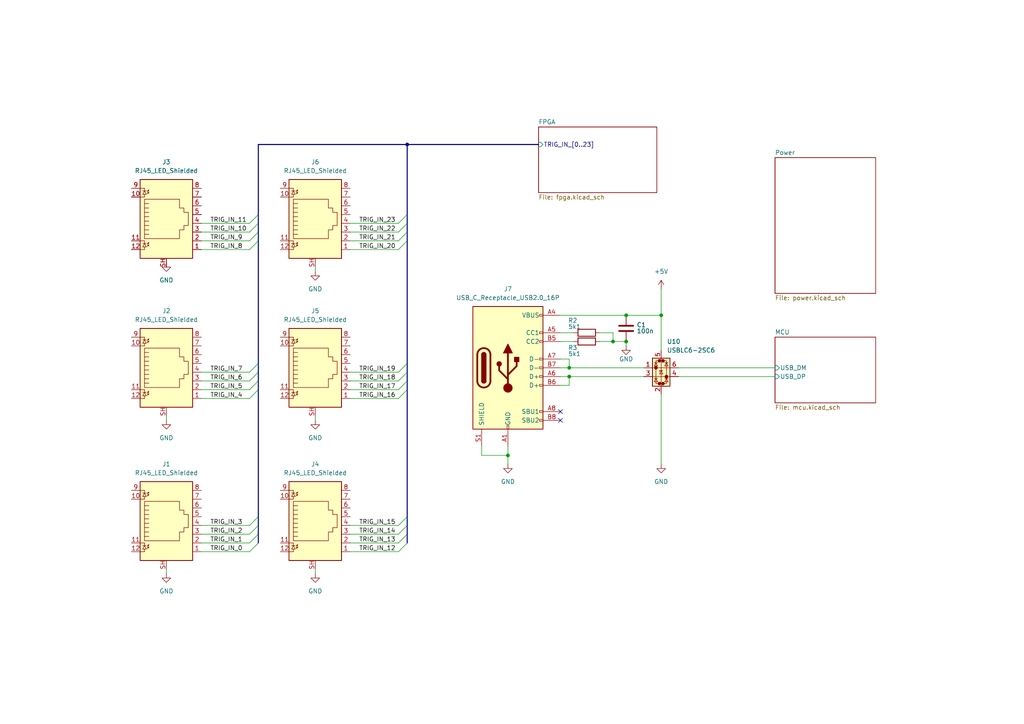
<source format=kicad_sch>
(kicad_sch (version 20250114) (generator "eeschema") (generator_version "9.0")
  (paper "A4")
  (lib_symbols
    (symbol "Connector:RJ45_LED_Shielded" (pin_names (offset 1.016))
      (property "Reference" "J" (at -5.08 13.97 0))
      (property "Value" "RJ45_LED_Shielded" (at 1.27 13.97 0))
      (symbol "RJ45_LED_Shielded_0_1"
        (polyline (pts (xy -7.62 10.16) (xy -6.35 10.16)))
        (polyline (pts (xy -7.62 7.62) (xy -6.35 7.62)))
        (polyline (pts (xy -7.62 -5.08) (xy -6.35 -5.08)))
        (polyline (pts (xy -7.62 -7.62) (xy -6.35 -7.62)))
        (polyline (pts (xy -6.858 9.398) (xy -5.842 9.398)))
        (polyline (pts (xy -6.858 -5.842) (xy -5.842 -5.842)))
        (polyline (pts (xy -6.35 10.16) (xy -6.35 9.398)))
        (polyline (pts (xy -6.35 9.398) (xy -6.858 8.382) (xy -5.842 8.382) (xy -6.35 9.398)))
        (polyline (pts (xy -6.35 7.62) (xy -6.35 8.382)))
        (polyline (pts (xy -6.35 1.905) (xy -5.08 1.905) (xy -5.08 1.905)))
        (polyline (pts (xy -6.35 0.635) (xy -5.08 0.635) (xy -5.08 0.635)))
        (polyline (pts (xy -6.35 -0.635) (xy -5.08 -0.635) (xy -5.08 -0.635)))
        (polyline (pts (xy -6.35 -1.905) (xy -5.08 -1.905) (xy -5.08 -1.905)))
        (polyline (pts (xy -6.35 -3.175) (xy -5.08 -3.175) (xy -5.08 -3.175)))
        (polyline (pts (xy -6.35 -4.445) (xy -6.35 6.985) (xy 3.81 6.985) (xy 3.81 4.445) (xy 5.08 4.445) (xy 5.08 3.175) (xy 6.35 3.175) (xy 6.35 -0.635) (xy 5.08 -0.635) (xy 5.08 -1.905) (xy 3.81 -1.905) (xy 3.81 -4.445) (xy -6.35 -4.445) (xy -6.35 -4.445)))
        (polyline (pts (xy -6.35 -5.08) (xy -6.35 -5.842)))
        (polyline (pts (xy -6.35 -5.842) (xy -6.858 -6.858) (xy -5.842 -6.858) (xy -6.35 -5.842)))
        (polyline (pts (xy -6.35 -7.62) (xy -6.35 -6.858)))
        (polyline (pts (xy -5.588 9.144) (xy -5.08 9.652) (xy -5.461 9.525)))
        (polyline (pts (xy -5.588 8.509) (xy -5.08 9.017) (xy -5.461 8.89)))
        (polyline (pts (xy -5.588 -6.096) (xy -5.08 -5.588) (xy -5.461 -5.715)))
        (polyline (pts (xy -5.588 -6.731) (xy -5.08 -6.223) (xy -5.461 -6.35)))
        (polyline (pts (xy -5.08 9.652) (xy -5.207 9.271)))
        (polyline (pts (xy -5.08 9.017) (xy -5.207 8.636)))
        (polyline (pts (xy -5.08 5.715) (xy -6.35 5.715)))
        (polyline (pts (xy -5.08 4.445) (xy -6.35 4.445)))
        (polyline (pts (xy -5.08 3.175) (xy -6.35 3.175) (xy -6.35 3.175)))
        (polyline (pts (xy -5.08 -5.588) (xy -5.207 -5.969)))
        (polyline (pts (xy -5.08 -6.223) (xy -5.207 -6.604)))
        (rectangle (start 7.62 12.7) (end -7.62 -10.16) (stroke (width 0.254)) (fill (type background)))
      )
      (symbol "RJ45_LED_Shielded_1_1"
        (pin passive line (at -10.16 10.16 0) (length 2.54) (name "~") (number "9"))
        (pin passive line (at -10.16 7.62 0) (length 2.54) (name "~") (number "10"))
        (pin passive line (at -10.16 -5.08 0) (length 2.54) (name "~") (number "11"))
        (pin passive line (at -10.16 -7.62 0) (length 2.54) (name "~") (number "12"))
        (pin passive line (at 0 -12.7 90) (length 2.54) (name "~") (number "SH"))
        (pin passive line (at 10.16 10.16 180) (length 2.54) (name "~") (number "8"))
        (pin passive line (at 10.16 7.62 180) (length 2.54) (name "~") (number "7"))
        (pin passive line (at 10.16 5.08 180) (length 2.54) (name "~") (number "6"))
        (pin passive line (at 10.16 2.54 180) (length 2.54) (name "~") (number "5"))
        (pin passive line (at 10.16 0 180) (length 2.54) (name "~") (number "4"))
        (pin passive line (at 10.16 -2.54 180) (length 2.54) (name "~") (number "3"))
        (pin passive line (at 10.16 -5.08 180) (length 2.54) (name "~") (number "2"))
        (pin passive line (at 10.16 -7.62 180) (length 2.54) (name "~") (number "1"))
      )
    )
    (symbol "Connector:USB_C_Receptacle_USB2.0_16P" (pin_names (offset 1.016))
      (property "Reference" "J" (at 0 22.225 0))
      (property "Value" "USB_C_Receptacle_USB2.0_16P" (at 0 19.685 0))
      (symbol "USB_C_Receptacle_USB2.0_16P_0_0"
        (rectangle (start -0.254 -17.78) (end 0.254 -16.764))
        (rectangle (start 10.16 15.494) (end 9.144 14.986))
        (rectangle (start 10.16 10.414) (end 9.144 9.906))
        (rectangle (start 10.16 7.874) (end 9.144 7.366))
        (rectangle (start 10.16 2.794) (end 9.144 2.286))
        (rectangle (start 10.16 0.254) (end 9.144 -0.254))
        (rectangle (start 10.16 -2.286) (end 9.144 -2.794))
        (rectangle (start 10.16 -4.826) (end 9.144 -5.334))
        (rectangle (start 10.16 -12.446) (end 9.144 -12.954))
        (rectangle (start 10.16 -14.986) (end 9.144 -15.494))
      )
      (symbol "USB_C_Receptacle_USB2.0_16P_0_1"
        (rectangle (start -10.16 17.78) (end 10.16 -17.78) (stroke (width 0.254)) (fill (type background)))
        (polyline (pts (xy -8.89 -3.81) (xy -8.89 3.81)) (stroke (width 0.508)))
        (rectangle (start -7.62 -3.81) (end -6.35 3.81) (stroke (width 0.254)) (fill (type outline)))
        (arc (start -7.62 3.81) (mid -6.985 4.4423) (end -6.35 3.81) (stroke (width 0.254)))
        (arc (start -7.62 3.81) (mid -6.985 4.4423) (end -6.35 3.81) (stroke (width 0.254)) (fill (type outline)))
        (arc (start -8.89 3.81) (mid -6.985 5.7067) (end -5.08 3.81) (stroke (width 0.508)))
        (arc (start -5.08 -3.81) (mid -6.985 -5.7067) (end -8.89 -3.81) (stroke (width 0.508)))
        (arc (start -6.35 -3.81) (mid -6.985 -4.4423) (end -7.62 -3.81) (stroke (width 0.254)))
        (arc (start -6.35 -3.81) (mid -6.985 -4.4423) (end -7.62 -3.81) (stroke (width 0.254)) (fill (type outline)))
        (polyline (pts (xy -5.08 3.81) (xy -5.08 -3.81)) (stroke (width 0.508)))
        (circle (center -2.54 1.143) (radius 0.635) (stroke (width 0.254)) (fill (type outline)))
        (polyline (pts (xy -1.27 4.318) (xy 0 6.858) (xy 1.27 4.318) (xy -1.27 4.318)) (stroke (width 0.254)) (fill (type outline)))
        (polyline (pts (xy 0 -2.032) (xy 2.54 0.508) (xy 2.54 1.778)) (stroke (width 0.508)))
        (polyline (pts (xy 0 -3.302) (xy -2.54 -0.762) (xy -2.54 0.508)) (stroke (width 0.508)))
        (polyline (pts (xy 0 -5.842) (xy 0 4.318)) (stroke (width 0.508)))
        (circle (center 0 -5.842) (radius 1.27) (fill (type outline)))
        (rectangle (start 1.905 1.778) (end 3.175 3.048) (stroke (width 0.254)) (fill (type outline)))
      )
      (symbol "USB_C_Receptacle_USB2.0_16P_1_1"
        (pin passive line (at -7.62 -22.86 90) (length 5.08) (name "SHIELD") (number "S1"))
        (pin passive line (at 0 -22.86 90) (length 5.08) (name "GND") (number "A1"))
        (pin passive line (at 0 -22.86 90) (length 5.08) (hide yes) (name "GND") (number "A12"))
        (pin passive line (at 0 -22.86 90) (length 5.08) (hide yes) (name "GND") (number "B1"))
        (pin passive line (at 0 -22.86 90) (length 5.08) (hide yes) (name "GND") (number "B12"))
        (pin passive line (at 15.24 15.24 180) (length 5.08) (name "VBUS") (number "A4"))
        (pin passive line (at 15.24 15.24 180) (length 5.08) (hide yes) (name "VBUS") (number "A9"))
        (pin passive line (at 15.24 15.24 180) (length 5.08) (hide yes) (name "VBUS") (number "B4"))
        (pin passive line (at 15.24 15.24 180) (length 5.08) (hide yes) (name "VBUS") (number "B9"))
        (pin bidirectional line (at 15.24 10.16 180) (length 5.08) (name "CC1") (number "A5"))
        (pin bidirectional line (at 15.24 7.62 180) (length 5.08) (name "CC2") (number "B5"))
        (pin bidirectional line (at 15.24 2.54 180) (length 5.08) (name "D-") (number "A7"))
        (pin bidirectional line (at 15.24 0 180) (length 5.08) (name "D-") (number "B7"))
        (pin bidirectional line (at 15.24 -2.54 180) (length 5.08) (name "D+") (number "A6"))
        (pin bidirectional line (at 15.24 -5.08 180) (length 5.08) (name "D+") (number "B6"))
        (pin bidirectional line (at 15.24 -12.7 180) (length 5.08) (name "SBU1") (number "A8"))
        (pin bidirectional line (at 15.24 -15.24 180) (length 5.08) (name "SBU2") (number "B8"))
      )
    )
    (symbol "Device:C" (pin_numbers (hide yes)) (pin_names (offset 0.254))
      (property "Reference" "C" (at 0.635 2.54 0))
      (property "Value" "C" (at 0.635 -2.54 0))
      (symbol "C_0_1"
        (polyline (pts (xy -2.032 0.762) (xy 2.032 0.762)) (stroke (width 0.508)))
        (polyline (pts (xy -2.032 -0.762) (xy 2.032 -0.762)) (stroke (width 0.508)))
      )
      (symbol "C_1_1"
        (pin passive line (at 0 3.81 270) (length 2.794) (name "~") (number "1"))
        (pin passive line (at 0 -3.81 90) (length 2.794) (name "~") (number "2"))
      )
    )
    (symbol "Device:R" (pin_numbers (hide yes)) (pin_names (offset 0))
      (property "Reference" "R" (at 2.032 0 90))
      (property "Value" "R" (at 0 0 90))
      (symbol "R_0_1"
        (rectangle (start -1.016 -2.54) (end 1.016 2.54) (stroke (width 0.254)))
      )
      (symbol "R_1_1"
        (pin passive line (at 0 3.81 270) (length 1.27) (name "~") (number "1"))
        (pin passive line (at 0 -3.81 90) (length 1.27) (name "~") (number "2"))
      )
    )
    (symbol "Power_Protection:USBLC6-2SC6" (pin_names (hide yes))
      (property "Reference" "U" (at 0.635 5.715 0))
      (property "Value" "USBLC6-2SC6" (at 0.635 3.81 0))
      (symbol "USBLC6-2SC6_0_0"
        (circle (center -1.524 0) (radius 0.0001) (stroke (width 0.508)))
        (circle (center -0.508 2.032) (radius 0.0001) (stroke (width 0.508)))
        (circle (center -0.508 -4.572) (radius 0.0001) (stroke (width 0.508)))
        (circle (center 0.508 2.032) (radius 0.0001) (stroke (width 0.508)))
        (circle (center 0.508 -4.572) (radius 0.0001) (stroke (width 0.508)))
        (circle (center 1.524 -2.54) (radius 0.0001) (stroke (width 0.508)))
      )
      (symbol "USBLC6-2SC6_0_1"
        (polyline (pts (xy -2.54 0) (xy 2.54 0)))
        (polyline (pts (xy -2.54 -2.54) (xy 2.54 -2.54)))
        (polyline (pts (xy -2.032 0.508) (xy -1.016 0.508) (xy -1.524 1.524) (xy -2.032 0.508)))
        (polyline (pts (xy -2.032 -3.048) (xy -1.016 -3.048)))
        (polyline (pts (xy -1.016 1.524) (xy -2.032 1.524)))
        (polyline (pts (xy -1.016 -4.064) (xy -2.032 -4.064) (xy -1.524 -3.048) (xy -1.016 -4.064)))
        (polyline (pts (xy -0.508 -1.143) (xy -0.508 -0.762) (xy 0.508 -0.762)))
        (polyline (pts (xy 0 2.54) (xy -0.508 2.032) (xy 0.508 2.032) (xy 0 1.524) (xy 0 -4.064) (xy -0.508 -4.572) (xy 0.508 -4.572) (xy 0 -5.08)))
        (polyline (pts (xy 0.508 -1.778) (xy -0.508 -1.778) (xy 0 -0.762) (xy 0.508 -1.778)))
        (polyline (pts (xy 1.016 1.524) (xy 2.032 1.524)))
        (polyline (pts (xy 1.016 -3.048) (xy 2.032 -3.048)))
        (polyline (pts (xy 2.032 0.508) (xy 1.016 0.508) (xy 1.524 1.524) (xy 2.032 0.508)))
        (polyline (pts (xy 2.032 -4.064) (xy 1.016 -4.064) (xy 1.524 -3.048) (xy 2.032 -4.064)))
      )
      (symbol "USBLC6-2SC6_1_1"
        (rectangle (start -2.54 2.794) (end 2.54 -5.334) (stroke (width 0.254)) (fill (type background)))
        (polyline (pts (xy -0.508 2.032) (xy -1.524 2.032) (xy -1.524 -4.572) (xy -0.508 -4.572)))
        (polyline (pts (xy 0.508 -4.572) (xy 1.524 -4.572) (xy 1.524 2.032) (xy 0.508 2.032)))
        (pin passive line (at -5.08 0 0) (length 2.54) (name "I/O1") (number "1"))
        (pin passive line (at -5.08 -2.54 0) (length 2.54) (name "I/O2") (number "3"))
        (pin passive line (at 0 5.08 270) (length 2.54) (name "VBUS") (number "5"))
        (pin passive line (at 0 -7.62 90) (length 2.54) (name "GND") (number "2"))
        (pin passive line (at 5.08 0 180) (length 2.54) (name "I/O1") (number "6"))
        (pin passive line (at 5.08 -2.54 180) (length 2.54) (name "I/O2") (number "4"))
      )
    )
    (symbol "power:+5V" (power) (pin_numbers (hide yes)) (pin_names (offset 0) (hide yes))
      (property "Value" "+5V" (at 0 3.556 0))
      (symbol "+5V_0_1"
        (polyline (pts (xy -0.762 1.27) (xy 0 2.54)))
        (polyline (pts (xy 0 2.54) (xy 0.762 1.27)))
        (polyline (pts (xy 0 0) (xy 0 2.54)))
      )
      (symbol "+5V_1_1"
        (pin power_in line (at 0 0 90) (length 0) (name "~") (number "1"))
      )
    )
    (symbol "power:GND" (power) (pin_numbers (hide yes)) (pin_names (offset 0) (hide yes))
      (property "Value" "GND" (at 0 -3.81 0))
      (symbol "GND_0_1"
        (polyline (pts (xy 0 0) (xy 0 -1.27) (xy 1.27 -1.27) (xy 0 -2.54) (xy -1.27 -1.27) (xy 0 -1.27)))
      )
      (symbol "GND_1_1"
        (pin power_in line (at 0 0 270) (length 0) (name "~") (number "1"))
      )
    )
  )
  (junction (at 181.61 99.06))
  (junction (at 177.8 99.06))
  (junction (at 147.32 132.08))
  (junction (at 118.11 41.91))
  (junction (at 181.61 91.44))
  (junction (at 165.1 109.22))
  (junction (at 165.1 106.68))
  (junction (at 191.77 91.44))
  (no_connect (at 162.56 119.38))
  (no_connect (at 162.56 121.92))
  (bus_entry (at 72.39 115.57) (size 2.54 -2.54))
  (bus_entry (at 115.57 64.77) (size 2.54 -2.54))
  (bus_entry (at 72.39 152.4) (size 2.54 -2.54))
  (bus_entry (at 72.39 157.48) (size 2.54 -2.54))
  (bus_entry (at 115.57 160.02) (size 2.54 -2.54))
  (bus_entry (at 115.57 154.94) (size 2.54 -2.54))
  (bus_entry (at 72.39 113.03) (size 2.54 -2.54))
  (bus_entry (at 72.39 64.77) (size 2.54 -2.54))
  (bus_entry (at 115.57 113.03) (size 2.54 -2.54))
  (bus_entry (at 72.39 107.95) (size 2.54 -2.54))
  (bus_entry (at 115.57 69.85) (size 2.54 -2.54))
  (bus_entry (at 72.39 72.39) (size 2.54 -2.54))
  (bus_entry (at 115.57 72.39) (size 2.54 -2.54))
  (bus_entry (at 72.39 160.02) (size 2.54 -2.54))
  (bus_entry (at 115.57 110.49) (size 2.54 -2.54))
  (bus_entry (at 115.57 67.31) (size 2.54 -2.54))
  (bus_entry (at 72.39 67.31) (size 2.54 -2.54))
  (bus_entry (at 72.39 69.85) (size 2.54 -2.54))
  (bus_entry (at 115.57 157.48) (size 2.54 -2.54))
  (bus_entry (at 115.57 107.95) (size 2.54 -2.54))
  (bus_entry (at 115.57 152.4) (size 2.54 -2.54))
  (bus_entry (at 115.57 115.57) (size 2.54 -2.54))
  (bus_entry (at 72.39 110.49) (size 2.54 -2.54))
  (bus_entry (at 72.39 154.94) (size 2.54 -2.54))
  (bus (pts (xy 74.93 110.49) (xy 74.93 113.03)))
  (wire (pts (xy 58.42 107.95) (xy 72.39 107.95)))
  (bus (pts (xy 118.11 64.77) (xy 118.11 67.31)))
  (bus (pts (xy 118.11 149.86) (xy 118.11 152.4)))
  (wire (pts (xy 173.99 96.52) (xy 177.8 96.52)))
  (wire (pts (xy 191.77 91.44) (xy 191.77 83.82)))
  (wire (pts (xy 177.8 99.06) (xy 181.61 99.06)))
  (wire (pts (xy 101.6 115.57) (xy 115.57 115.57)))
  (bus (pts (xy 118.11 62.23) (xy 118.11 64.77)))
  (bus (pts (xy 118.11 107.95) (xy 118.11 110.49)))
  (wire (pts (xy 58.42 113.03) (xy 72.39 113.03)))
  (wire (pts (xy 48.26 76.2) (xy 48.26 77.47)))
  (wire (pts (xy 58.42 67.31) (xy 72.39 67.31)))
  (bus (pts (xy 118.11 67.31) (xy 118.11 69.85)))
  (bus (pts (xy 74.93 67.31) (xy 74.93 69.85)))
  (bus (pts (xy 74.93 64.77) (xy 74.93 67.31)))
  (bus (pts (xy 74.93 152.4) (xy 74.93 154.94)))
  (wire (pts (xy 147.32 129.54) (xy 147.32 132.08)))
  (wire (pts (xy 165.1 109.22) (xy 186.69 109.22)))
  (wire (pts (xy 196.85 106.68) (xy 224.79 106.68)))
  (bus (pts (xy 118.11 41.91) (xy 118.11 62.23)))
  (wire (pts (xy 181.61 91.44) (xy 191.77 91.44)))
  (wire (pts (xy 147.32 132.08) (xy 147.32 134.62)))
  (wire (pts (xy 162.56 109.22) (xy 165.1 109.22)))
  (wire (pts (xy 101.6 157.48) (xy 115.57 157.48)))
  (wire (pts (xy 58.42 152.4) (xy 72.39 152.4)))
  (bus (pts (xy 118.11 113.03) (xy 118.11 149.86)))
  (bus (pts (xy 74.93 41.91) (xy 118.11 41.91)))
  (wire (pts (xy 162.56 91.44) (xy 181.61 91.44)))
  (wire (pts (xy 91.44 121.92) (xy 91.44 120.65)))
  (wire (pts (xy 101.6 72.39) (xy 115.57 72.39)))
  (wire (pts (xy 91.44 78.74) (xy 91.44 77.47)))
  (wire (pts (xy 191.77 91.44) (xy 191.77 101.6)))
  (wire (pts (xy 191.77 114.3) (xy 191.77 134.62)))
  (bus (pts (xy 74.93 113.03) (xy 74.93 149.86)))
  (wire (pts (xy 139.7 129.54) (xy 139.7 132.08)))
  (wire (pts (xy 139.7 132.08) (xy 147.32 132.08)))
  (bus (pts (xy 74.93 41.91) (xy 74.93 62.23)))
  (wire (pts (xy 173.99 99.06) (xy 177.8 99.06)))
  (bus (pts (xy 74.93 154.94) (xy 74.93 157.48)))
  (bus (pts (xy 118.11 41.91) (xy 156.21 41.91)))
  (wire (pts (xy 58.42 72.39) (xy 72.39 72.39)))
  (wire (pts (xy 91.44 166.37) (xy 91.44 165.1)))
  (wire (pts (xy 58.42 160.02) (xy 72.39 160.02)))
  (bus (pts (xy 118.11 152.4) (xy 118.11 154.94)))
  (bus (pts (xy 74.93 105.41) (xy 74.93 107.95)))
  (bus (pts (xy 118.11 154.94) (xy 118.11 157.48)))
  (wire (pts (xy 101.6 67.31) (xy 115.57 67.31)))
  (wire (pts (xy 58.42 115.57) (xy 72.39 115.57)))
  (wire (pts (xy 101.6 64.77) (xy 115.57 64.77)))
  (wire (pts (xy 58.42 69.85) (xy 72.39 69.85)))
  (wire (pts (xy 101.6 154.94) (xy 115.57 154.94)))
  (wire (pts (xy 101.6 107.95) (xy 115.57 107.95)))
  (wire (pts (xy 58.42 154.94) (xy 72.39 154.94)))
  (bus (pts (xy 74.93 107.95) (xy 74.93 110.49)))
  (wire (pts (xy 162.56 111.76) (xy 165.1 111.76)))
  (wire (pts (xy 165.1 106.68) (xy 186.69 106.68)))
  (bus (pts (xy 118.11 69.85) (xy 118.11 105.41)))
  (wire (pts (xy 162.56 106.68) (xy 165.1 106.68)))
  (wire (pts (xy 48.26 121.92) (xy 48.26 120.65)))
  (wire (pts (xy 101.6 110.49) (xy 115.57 110.49)))
  (wire (pts (xy 101.6 152.4) (xy 115.57 152.4)))
  (wire (pts (xy 177.8 96.52) (xy 177.8 99.06)))
  (bus (pts (xy 118.11 105.41) (xy 118.11 107.95)))
  (wire (pts (xy 165.1 104.14) (xy 165.1 106.68)))
  (wire (pts (xy 165.1 111.76) (xy 165.1 109.22)))
  (bus (pts (xy 118.11 110.49) (xy 118.11 113.03)))
  (wire (pts (xy 162.56 96.52) (xy 166.37 96.52)))
  (wire (pts (xy 58.42 64.77) (xy 72.39 64.77)))
  (wire (pts (xy 101.6 69.85) (xy 115.57 69.85)))
  (wire (pts (xy 162.56 104.14) (xy 165.1 104.14)))
  (wire (pts (xy 48.26 166.37) (xy 48.26 165.1)))
  (wire (pts (xy 101.6 160.02) (xy 115.57 160.02)))
  (wire (pts (xy 101.6 113.03) (xy 115.57 113.03)))
  (wire (pts (xy 196.85 109.22) (xy 224.79 109.22)))
  (bus (pts (xy 74.93 149.86) (xy 74.93 152.4)))
  (bus (pts (xy 74.93 69.85) (xy 74.93 105.41)))
  (wire (pts (xy 181.61 99.06) (xy 181.61 100.33)))
  (wire (pts (xy 58.42 157.48) (xy 72.39 157.48)))
  (wire (pts (xy 162.56 99.06) (xy 166.37 99.06)))
  (bus (pts (xy 74.93 62.23) (xy 74.93 64.77)))
  (wire (pts (xy 58.42 110.49) (xy 72.39 110.49)))
  (label "TRIG_IN_23" (at 104.14 64.77 0))
  (label "TRIG_IN_12" (at 104.14 160.02 0))
  (label "TRIG_IN_3" (at 60.96 152.4 0))
  (label "TRIG_IN_9" (at 60.96 69.85 0))
  (label "TRIG_IN_2" (at 60.96 154.94 0))
  (label "TRIG_IN_7" (at 60.96 107.95 0))
  (label "TRIG_IN_0" (at 60.96 160.02 0))
  (label "TRIG_IN_14" (at 104.14 154.94 0))
  (label "TRIG_IN_16" (at 104.14 115.57 0))
  (label "TRIG_IN_17" (at 104.14 113.03 0))
  (label "TRIG_IN_11" (at 60.96 64.77 0))
  (label "TRIG_IN_15" (at 104.14 152.4 0))
  (label "TRIG_IN_22" (at 104.14 67.31 0))
  (label "TRIG_IN_13" (at 104.14 157.48 0))
  (label "TRIG_IN_20" (at 104.14 72.39 0))
  (label "TRIG_IN_18" (at 104.14 110.49 0))
  (label "TRIG_IN_4" (at 60.96 115.57 0))
  (label "TRIG_IN_1" (at 60.96 157.48 0))
  (label "TRIG_IN_10" (at 60.96 67.31 0))
  (label "TRIG_IN_19" (at 104.14 107.95 0))
  (label "TRIG_IN_8" (at 60.96 72.39 0))
  (label "TRIG_IN_21" (at 104.14 69.85 0))
  (label "TRIG_IN_5" (at 60.96 113.03 0))
  (label "TRIG_IN_6" (at 60.96 110.49 0))
  (symbol (lib_id "power:GND") (at 181.61 100.33 0) (unit 1)
    (property "Reference" "#PWR09" (effects (hide yes)))
    (property "Value" "GND" (at 181.61 104.14 0))
    (property "Description" "Power symbol creates a global label with name \"GND\" , ground" (effects (hide yes)))
  )
  (symbol (lib_id "Connector:RJ45_LED_Shielded") (at 48.26 152.4 0) (unit 1)
    (property "Reference" "J1" (at 48.26 134.62 0))
    (property "Value" "RJ45_LED_Shielded" (at 48.26 137.16 0))
    (property "Description" "RJ connector, 8P8C (8 positions 8 connected), two LEDs, Shielded" (effects (hide yes)))
  )
  (symbol (lib_id "power:GND") (at 48.26 76.2 0) (unit 1)
    (property "Reference" "#PWR03" (effects (hide yes)))
    (property "Value" "GND" (at 48.26 81.28 0))
    (property "Description" "Power symbol creates a global label with name \"GND\" , ground" (effects (hide yes)))
  )
  (symbol (lib_id "Connector:USB_C_Receptacle_USB2.0_16P") (at 147.32 106.68 0) (unit 1)
    (property "Reference" "J7" (at 147.32 83.82 0))
    (property "Value" "USB_C_Receptacle_USB2.0_16P" (at 147.32 86.36 0))
    (property "Datasheet" "https://www.usb.org/sites/default/files/documents/usb_type-c.zip" (effects (hide yes)))
    (property "Description" "USB 2.0-only 16P Type-C Receptacle connector" (effects (hide yes)))
  )
  (symbol (lib_id "Power_Protection:USBLC6-2SC6") (at 191.77 106.68 0) (unit 1)
    (property "Reference" "U10" (at 193.4211 99.06 0) (effects (justify left)))
    (property "Value" "USBLC6-2SC6" (at 193.4211 101.6 0) (effects (justify left)))
    (property "Footprint" "Package_TO_SOT_SMD:SOT-23-6" (effects (hide yes)))
    (property "Datasheet" "https://www.st.com/resource/en/datasheet/usblc6-2.pdf" (effects (hide yes)))
    (property "Description" "Very low capacitance ESD protection diode, 2 data-line, SOT-23-6" (effects (hide yes)))
  )
  (symbol (lib_id "Connector:RJ45_LED_Shielded") (at 91.44 107.95 0) (unit 1)
    (property "Reference" "J5" (at 91.44 90.17 0))
    (property "Value" "RJ45_LED_Shielded" (at 91.44 92.71 0))
    (property "Description" "RJ connector, 8P8C (8 positions 8 connected), two LEDs, Shielded" (effects (hide yes)))
  )
  (symbol (lib_id "Connector:RJ45_LED_Shielded") (at 48.26 64.77 0) (unit 1)
    (property "Reference" "J3" (at 48.26 46.99 0))
    (property "Value" "RJ45_LED_Shielded" (at 48.26 49.53 0))
    (property "Description" "RJ connector, 8P8C (8 positions 8 connected), two LEDs, Shielded" (effects (hide yes)))
  )
  (symbol (lib_id "power:GND") (at 191.77 134.62 0) (unit 1)
    (property "Reference" "#PWR010" (effects (hide yes)))
    (property "Value" "GND" (at 191.77 139.7 0))
    (property "Description" "Power symbol creates a global label with name \"GND\" , ground" (effects (hide yes)))
  )
  (symbol (lib_id "Device:R") (at 170.18 96.52 90) (unit 1)
    (property "Reference" "R2" (at 166.116 92.964 90))
    (property "Value" "5k1" (at 166.624 94.742 90))
    (property "Description" "Resistor" (effects (hide yes)))
  )
  (symbol (lib_id "Device:R") (at 170.18 99.06 90) (unit 1)
    (property "Reference" "R3" (at 166.116 100.838 90))
    (property "Value" "5k1" (at 166.624 102.616 90))
    (property "Description" "Resistor" (effects (hide yes)))
  )
  (symbol (lib_id "power:GND") (at 48.26 121.92 0) (unit 1)
    (property "Reference" "#PWR05" (effects (hide yes)))
    (property "Value" "GND" (at 48.26 127 0))
    (property "Description" "Power symbol creates a global label with name \"GND\" , ground" (effects (hide yes)))
  )
  (symbol (lib_id "power:GND") (at 147.32 134.62 0) (unit 1)
    (property "Reference" "#PWR07" (effects (hide yes)))
    (property "Value" "GND" (at 147.32 139.7 0))
    (property "Description" "Power symbol creates a global label with name \"GND\" , ground" (effects (hide yes)))
  )
  (symbol (lib_id "power:GND") (at 48.26 166.37 0) (unit 1)
    (property "Reference" "#PWR01" (effects (hide yes)))
    (property "Value" "GND" (at 48.26 171.45 0))
    (property "Description" "Power symbol creates a global label with name \"GND\" , ground" (effects (hide yes)))
  )
  (symbol (lib_id "power:GND") (at 91.44 166.37 0) (unit 1)
    (property "Reference" "#PWR02" (effects (hide yes)))
    (property "Value" "GND" (at 91.44 171.45 0))
    (property "Description" "Power symbol creates a global label with name \"GND\" , ground" (effects (hide yes)))
  )
  (symbol (lib_id "Connector:RJ45_LED_Shielded") (at 48.26 107.95 0) (unit 1)
    (property "Reference" "J2" (at 48.26 90.17 0))
    (property "Value" "RJ45_LED_Shielded" (at 48.26 92.71 0))
    (property "Description" "RJ connector, 8P8C (8 positions 8 connected), two LEDs, Shielded" (effects (hide yes)))
  )
  (symbol (lib_id "power:+5V") (at 191.77 83.82 0) (unit 1)
    (property "Reference" "#PWR08" (effects (hide yes)))
    (property "Value" "+5V" (at 191.77 78.74 0))
    (property "Description" "Power symbol creates a global label with name \"+5V\"" (effects (hide yes)))
  )
  (symbol (lib_id "Connector:RJ45_LED_Shielded") (at 91.44 64.77 0) (unit 1)
    (property "Reference" "J6" (at 91.44 46.99 0))
    (property "Value" "RJ45_LED_Shielded" (at 91.44 49.53 0))
    (property "Description" "RJ connector, 8P8C (8 positions 8 connected), two LEDs, Shielded" (effects (hide yes)))
  )
  (symbol (lib_id "power:GND") (at 91.44 121.92 0) (unit 1)
    (property "Reference" "#PWR06" (effects (hide yes)))
    (property "Value" "GND" (at 91.44 127 0))
    (property "Description" "Power symbol creates a global label with name \"GND\" , ground" (effects (hide yes)))
  )
  (symbol (lib_id "Device:C") (at 181.61 95.25 0) (unit 1)
    (property "Reference" "C1" (at 184.658 94.2341 0) (effects (justify left)))
    (property "Value" "100n" (at 184.658 96.012 0) (effects (justify left)))
    (property "Description" "Unpolarized capacitor" (effects (hide yes)))
  )
  (symbol (lib_id "power:GND") (at 91.44 78.74 0) (unit 1)
    (property "Reference" "#PWR04" (effects (hide yes)))
    (property "Value" "GND" (at 91.44 83.82 0))
    (property "Description" "Power symbol creates a global label with name \"GND\" , ground" (effects (hide yes)))
  )
  (symbol (lib_id "Connector:RJ45_LED_Shielded") (at 91.44 152.4 0) (unit 1)
    (property "Reference" "J4" (at 91.44 134.62 0))
    (property "Value" "RJ45_LED_Shielded" (at 91.44 137.16 0))
    (property "Description" "RJ connector, 8P8C (8 positions 8 connected), two LEDs, Shielded" (effects (hide yes)))
  )
  (sheet (at 224.79 45.72) (size 29.21 39.37) (stroke (width 0.1524))
    (property "Sheetname" "Power" (at 224.79 45.0084 0) (effects (justify left bottom)))
    (property "Sheetfile" "power.kicad_sch" (at 224.79 85.6746 0) (effects (justify left top)))
  )
  (sheet (at 224.79 97.79) (size 29.21 19.05) (stroke (width 0.1524))
    (property "Sheetname" "MCU" (at 224.79 97.0784 0) (effects (justify left bottom)))
    (property "Sheetfile" "mcu.kicad_sch" (at 224.79 117.4246 0) (effects (justify left top)))
    (pin "USB_DM" input (at 224.79 106.68 180))
    (pin "USB_DP" input (at 224.79 109.22 180))
  )
  (sheet (at 156.21 36.83) (size 34.29 19.05) (stroke (width 0.1524))
    (property "Sheetname" "FPGA" (at 156.21 36.1184 0) (effects (justify left bottom)))
    (property "Sheetfile" "fpga.kicad_sch" (at 156.21 56.4646 0) (effects (justify left top)))
    (pin "TRIG_IN_[0..23]" input (at 156.21 41.91 180))
  )
)
</source>
